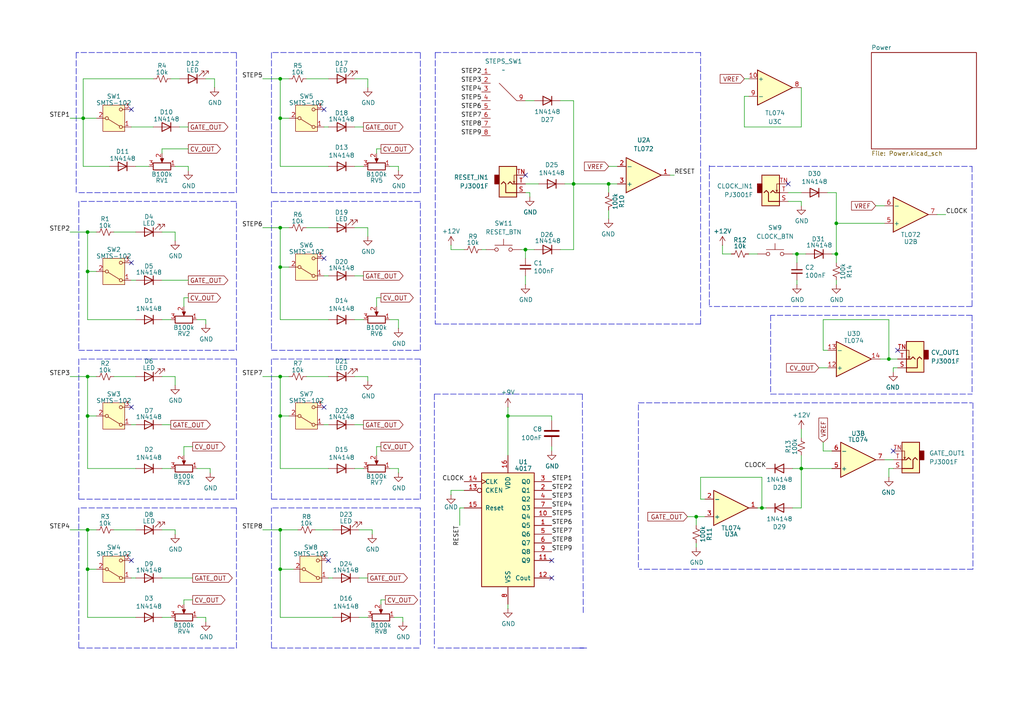
<source format=kicad_sch>
(kicad_sch (version 20231120) (generator "eeschema") (generator_version "8.0")
  (paper "A4")
  (title_block (title "MiniSeq") (rev "v0.1") (company "benjiaomodular"))
  (junction (at 81.28 109.22))
  (junction (at 25.4 67.31))
  (junction (at 166.37 53.34))
  (junction (at 257.81 104.14))
  (junction (at 25.4 153.67))
  (junction (at 201.93 149.86))
  (junction (at 25.4 109.22))
  (junction (at 24.13 34.29))
  (junction (at 231.14 73.66))
  (junction (at 81.28 34.29))
  (junction (at 176.53 53.34))
  (junction (at 25.4 165.1))
  (junction (at 220.98 147.32))
  (junction (at 25.4 78.74))
  (junction (at 147.32 120.65))
  (junction (at 81.28 153.67))
  (junction (at 81.28 77.47))
  (junction (at 81.28 66.04))
  (junction (at 25.4 120.65))
  (junction (at 81.28 120.65))
  (junction (at 232.41 135.89))
  (junction (at 152.4 72.39))
  (junction (at 242.57 64.77))
  (junction (at 242.57 73.66))
  (junction (at 81.28 22.86))
  (junction (at 81.28 165.1))
  (no_connect (at 93.98 118.11))
  (no_connect (at 95.25 162.56))
  (no_connect (at 160.02 162.56))
  (no_connect (at 160.02 167.64))
  (no_connect (at 93.98 74.93))
  (no_connect (at 38.1 118.11))
  (no_connect (at 93.98 31.75))
  (no_connect (at 38.1 76.2))
  (no_connect (at 38.1 31.75))
  (no_connect (at 38.1 162.56))
  (no_connect (at 228.6 53.34))
  (no_connect (at 259.08 130.81))
  (no_connect (at 152.4 50.8))
  (no_connect (at 260.35 101.6))
  (wire (pts (xy 203.2 144.78) (xy 204.47 144.78)))
  (wire (pts (xy 81.28 109.22) (xy 83.82 109.22)))
  (polyline (pts (xy 68.58 147.32) (xy 22.86 147.32)) (stroke (width 0) (type dash)))
  (wire (pts (xy 46.99 135.89) (xy 49.53 135.89)))
  (wire (pts (xy 46.99 167.64) (xy 55.88 167.64)))
  (wire (pts (xy 139.7 72.39) (xy 140.97 72.39)))
  (wire (pts (xy 152.4 72.39) (xy 154.94 72.39)))
  (wire (pts (xy 130.81 72.39) (xy 134.62 72.39)))
  (wire (pts (xy 241.3 130.81) (xy 238.76 130.81)))
  (polyline (pts (xy 22.86 58.42) (xy 22.86 101.6)) (stroke (width 0) (type dash)))
  (wire (pts (xy 133.35 147.32) (xy 134.62 147.32)))
  (polyline (pts (xy 125.984 114.3) (xy 125.984 187.96)) (stroke (width 0) (type dash)))
  (wire (pts (xy 106.68 109.22) (xy 106.68 110.49)))
  (wire (pts (xy 238.76 101.6) (xy 240.03 101.6)))
  (wire (pts (xy 24.13 22.86) (xy 44.45 22.86)))
  (wire (pts (xy 25.4 120.65) (xy 25.4 135.89)))
  (polyline (pts (xy 281.94 88.9) (xy 205.74 88.9)) (stroke (width 0) (type dash)))
  (wire (pts (xy 114.3 179.07) (xy 116.84 179.07)))
  (wire (pts (xy 232.41 135.89) (xy 232.41 147.32)))
  (polyline (pts (xy 68.58 58.42) (xy 22.86 58.42)) (stroke (width 0) (type dash)))
  (wire (pts (xy 257.81 92.71) (xy 257.81 104.14)))
  (wire (pts (xy 110.49 43.18) (xy 109.22 43.18)))
  (wire (pts (xy 25.4 135.89) (xy 39.37 135.89)))
  (wire (pts (xy 104.14 167.64) (xy 106.68 167.64)))
  (wire (pts (xy 20.32 109.22) (xy 25.4 109.22)))
  (wire (pts (xy 93.98 36.83) (xy 95.25 36.83)))
  (polyline (pts (xy 22.86 101.6) (xy 68.58 101.6)) (stroke (width 0) (type dash)))
  (wire (pts (xy 242.57 55.88) (xy 242.57 64.77)))
  (wire (pts (xy 59.69 179.07) (xy 59.69 180.34)))
  (wire (pts (xy 33.02 109.22) (xy 39.37 109.22)))
  (wire (pts (xy 176.53 48.26) (xy 179.07 48.26)))
  (wire (pts (xy 238.76 130.81) (xy 238.76 128.27)))
  (wire (pts (xy 59.69 92.71) (xy 59.69 93.98)))
  (wire (pts (xy 88.9 22.86) (xy 95.25 22.86)))
  (wire (pts (xy 24.13 48.26) (xy 31.75 48.26)))
  (wire (pts (xy 147.32 118.11) (xy 147.32 120.65)))
  (polyline (pts (xy 205.74 48.26) (xy 281.94 48.26)) (stroke (width 0) (type dash)))
  (wire (pts (xy 242.57 64.77) (xy 242.57 73.66)))
  (polyline (pts (xy 121.92 144.78) (xy 121.92 104.14)) (stroke (width 0) (type dash)))
  (wire (pts (xy 102.87 80.01) (xy 105.41 80.01)))
  (wire (pts (xy 25.4 109.22) (xy 25.4 120.65)))
  (wire (pts (xy 195.58 50.8) (xy 194.31 50.8)))
  (wire (pts (xy 81.28 109.22) (xy 81.28 120.65)))
  (wire (pts (xy 238.76 92.71) (xy 238.76 101.6)))
  (wire (pts (xy 25.4 179.07) (xy 39.37 179.07)))
  (wire (pts (xy 27.94 165.1) (xy 25.4 165.1)))
  (wire (pts (xy 201.93 152.4) (xy 201.93 149.86)))
  (wire (pts (xy 102.87 22.86) (xy 106.68 22.86)))
  (wire (pts (xy 257.81 92.71) (xy 238.76 92.71)))
  (polyline (pts (xy 281.94 91.44) (xy 223.52 91.44)) (stroke (width 0) (type dash)))
  (wire (pts (xy 102.87 109.22) (xy 106.68 109.22)))
  (wire (pts (xy 113.03 92.71) (xy 115.57 92.71)))
  (wire (pts (xy 115.57 135.89) (xy 115.57 137.16)))
  (wire (pts (xy 259.08 135.89) (xy 257.81 135.89)))
  (wire (pts (xy 54.61 86.36) (xy 53.34 86.36)))
  (wire (pts (xy 106.68 66.04) (xy 106.68 68.58)))
  (wire (pts (xy 50.8 67.31) (xy 50.8 69.85)))
  (polyline (pts (xy 282.194 116.84) (xy 282.194 165.1)) (stroke (width 0) (type dash)))
  (wire (pts (xy 81.28 120.65) (xy 81.28 135.89)))
  (wire (pts (xy 215.9 22.86) (xy 217.17 22.86)))
  (wire (pts (xy 60.96 135.89) (xy 60.96 137.16)))
  (wire (pts (xy 55.88 173.99) (xy 53.34 173.99)))
  (wire (pts (xy 160.02 120.65) (xy 147.32 120.65)))
  (wire (pts (xy 25.4 109.22) (xy 27.94 109.22)))
  (wire (pts (xy 33.02 153.67) (xy 39.37 153.67)))
  (wire (pts (xy 93.98 80.01) (xy 95.25 80.01)))
  (polyline (pts (xy 78.74 101.6) (xy 121.92 101.6)) (stroke (width 0) (type dash)))
  (wire (pts (xy 81.28 48.26) (xy 95.25 48.26)))
  (wire (pts (xy 209.55 71.12) (xy 209.55 73.66)))
  (wire (pts (xy 240.03 55.88) (xy 242.57 55.88)))
  (polyline (pts (xy 121.92 104.14) (xy 78.74 104.14)) (stroke (width 0) (type dash)))
  (wire (pts (xy 46.99 67.31) (xy 50.8 67.31)))
  (wire (pts (xy 25.4 153.67) (xy 25.4 165.1)))
  (polyline (pts (xy 22.86 104.14) (xy 22.86 144.78)) (stroke (width 0) (type dash)))
  (wire (pts (xy 116.84 179.07) (xy 116.84 180.34)))
  (wire (pts (xy 215.9 27.94) (xy 215.9 36.83)))
  (wire (pts (xy 220.98 147.32) (xy 222.25 147.32)))
  (wire (pts (xy 49.53 22.86) (xy 52.07 22.86)))
  (polyline (pts (xy 78.74 58.42) (xy 78.74 101.6)) (stroke (width 0) (type dash)))
  (wire (pts (xy 115.57 48.26) (xy 115.57 49.53)))
  (wire (pts (xy 115.57 92.71) (xy 115.57 95.25)))
  (wire (pts (xy 130.81 71.12) (xy 130.81 72.39)))
  (polyline (pts (xy 185.166 116.84) (xy 281.94 116.84)) (stroke (width 0) (type dash)))
  (wire (pts (xy 57.15 179.07) (xy 59.69 179.07)))
  (wire (pts (xy 231.14 73.66) (xy 233.68 73.66)))
  (polyline (pts (xy 185.166 117.348) (xy 185.166 164.592)) (stroke (width 0) (type dash)))
  (wire (pts (xy 160.02 121.92) (xy 160.02 120.65)))
  (wire (pts (xy 83.82 34.29) (xy 81.28 34.29)))
  (wire (pts (xy 229.87 135.89) (xy 232.41 135.89)))
  (wire (pts (xy 219.71 147.32) (xy 220.98 147.32)))
  (wire (pts (xy 166.37 29.21) (xy 166.37 53.34)))
  (wire (pts (xy 76.2 109.22) (xy 81.28 109.22)))
  (wire (pts (xy 38.1 81.28) (xy 39.37 81.28)))
  (wire (pts (xy 232.41 135.89) (xy 232.41 132.08)))
  (wire (pts (xy 106.68 22.86) (xy 106.68 25.4)))
  (wire (pts (xy 25.4 67.31) (xy 25.4 78.74)))
  (wire (pts (xy 33.02 67.31) (xy 39.37 67.31)))
  (wire (pts (xy 24.13 34.29) (xy 24.13 48.26)))
  (polyline (pts (xy 126.238 93.98) (xy 203.2 93.98)) (stroke (width 0) (type dash)))
  (wire (pts (xy 162.56 29.21) (xy 166.37 29.21)))
  (wire (pts (xy 209.55 73.66) (xy 212.09 73.66)))
  (wire (pts (xy 46.99 123.19) (xy 49.53 123.19)))
  (wire (pts (xy 76.2 66.04) (xy 81.28 66.04)))
  (polyline (pts (xy 68.58 15.24) (xy 22.098 15.24)) (stroke (width 0) (type dash)))
  (polyline (pts (xy 78.74 144.78) (xy 121.92 144.78)) (stroke (width 0) (type dash)))
  (polyline (pts (xy 168.91 114.3) (xy 169.164 177.8)) (stroke (width 0) (type dash)))
  (wire (pts (xy 57.15 92.71) (xy 59.69 92.71)))
  (polyline (pts (xy 78.74 104.14) (xy 78.74 144.78)) (stroke (width 0) (type dash)))
  (wire (pts (xy 25.4 67.31) (xy 27.94 67.31)))
  (wire (pts (xy 81.28 165.1) (xy 81.28 179.07)))
  (wire (pts (xy 242.57 73.66) (xy 242.57 76.2)))
  (polyline (pts (xy 78.74 55.88) (xy 121.92 55.88)) (stroke (width 0) (type dash)))
  (wire (pts (xy 46.99 179.07) (xy 49.53 179.07)))
  (wire (pts (xy 52.07 36.83) (xy 54.61 36.83)))
  (polyline (pts (xy 22.098 15.24) (xy 22.098 55.88)) (stroke (width 0) (type dash)))
  (wire (pts (xy 152.4 29.21) (xy 154.94 29.21)))
  (wire (pts (xy 93.98 123.19) (xy 95.25 123.19)))
  (polyline (pts (xy 121.92 147.32) (xy 78.74 147.32)) (stroke (width 0) (type dash)))
  (wire (pts (xy 102.87 123.19) (xy 105.41 123.19)))
  (wire (pts (xy 50.8 109.22) (xy 50.8 111.76)))
  (wire (pts (xy 81.28 66.04) (xy 83.82 66.04)))
  (polyline (pts (xy 78.74 147.32) (xy 78.74 187.96)) (stroke (width 0) (type dash)))
  (wire (pts (xy 152.4 53.34) (xy 156.21 53.34)))
  (wire (pts (xy 81.28 22.86) (xy 81.28 34.29)))
  (wire (pts (xy 259.08 106.68) (xy 259.08 107.95)))
  (polyline (pts (xy 68.58 144.78) (xy 68.58 104.14)) (stroke (width 0) (type dash)))
  (polyline (pts (xy 282.194 165.1) (xy 185.42 165.1)) (stroke (width 0) (type dash)))
  (polyline (pts (xy 167.64 187.96) (xy 170.18 187.96)) (stroke (width 0) (type dash)))
  (wire (pts (xy 203.2 144.78) (xy 203.2 138.43)))
  (wire (pts (xy 237.49 106.68) (xy 240.03 106.68)))
  (wire (pts (xy 113.03 135.89) (xy 115.57 135.89)))
  (polyline (pts (xy 281.94 91.44) (xy 281.94 114.3)) (stroke (width 0) (type dash)))
  (wire (pts (xy 109.22 129.54) (xy 109.22 132.08)))
  (wire (pts (xy 232.41 25.4) (xy 232.41 36.83)))
  (polyline (pts (xy 121.92 101.6) (xy 121.92 58.42)) (stroke (width 0) (type dash)))
  (wire (pts (xy 83.82 77.47) (xy 81.28 77.47)))
  (wire (pts (xy 46.99 92.71) (xy 49.53 92.71)))
  (wire (pts (xy 62.23 22.86) (xy 62.23 25.4)))
  (wire (pts (xy 256.54 133.35) (xy 259.08 133.35)))
  (wire (pts (xy 133.35 147.32) (xy 133.35 152.4)))
  (polyline (pts (xy 203.2 93.98) (xy 203.2 15.24)) (stroke (width 0) (type dash)))
  (wire (pts (xy 25.4 153.67) (xy 27.94 153.67)))
  (wire (pts (xy 20.32 153.67) (xy 25.4 153.67)))
  (wire (pts (xy 152.4 80.01) (xy 152.4 82.55)))
  (polyline (pts (xy 126.238 15.24) (xy 203.2 15.24)) (stroke (width 0) (type dash)))
  (wire (pts (xy 257.81 104.14) (xy 260.35 104.14)))
  (wire (pts (xy 104.14 153.67) (xy 107.95 153.67)))
  (wire (pts (xy 217.17 27.94) (xy 215.9 27.94)))
  (wire (pts (xy 81.28 66.04) (xy 81.28 77.47)))
  (wire (pts (xy 81.28 77.47) (xy 81.28 92.71)))
  (wire (pts (xy 241.3 73.66) (xy 242.57 73.66)))
  (polyline (pts (xy 121.92 15.24) (xy 78.74 15.24)) (stroke (width 0) (type dash)))
  (wire (pts (xy 176.53 60.96) (xy 176.53 63.5)))
  (wire (pts (xy 38.1 167.64) (xy 39.37 167.64)))
  (wire (pts (xy 53.34 86.36) (xy 53.34 88.9)))
  (wire (pts (xy 54.61 48.26) (xy 54.61 49.53)))
  (wire (pts (xy 232.41 135.89) (xy 241.3 135.89)))
  (wire (pts (xy 215.9 36.83) (xy 232.41 36.83)))
  (wire (pts (xy 242.57 64.77) (xy 256.54 64.77)))
  (wire (pts (xy 88.9 109.22) (xy 95.25 109.22)))
  (polyline (pts (xy 121.92 186.944) (xy 121.92 147.32)) (stroke (width 0) (type dash)))
  (wire (pts (xy 176.53 53.34) (xy 179.07 53.34)))
  (wire (pts (xy 25.4 78.74) (xy 25.4 92.71)))
  (wire (pts (xy 162.56 72.39) (xy 166.37 72.39)))
  (wire (pts (xy 83.82 120.65) (xy 81.28 120.65)))
  (wire (pts (xy 147.32 120.65) (xy 147.32 132.08)))
  (wire (pts (xy 113.03 48.26) (xy 115.57 48.26)))
  (polyline (pts (xy 121.92 55.88) (xy 121.92 15.24)) (stroke (width 0) (type dash)))
  (wire (pts (xy 81.28 22.86) (xy 83.82 22.86)))
  (polyline (pts (xy 22.86 147.32) (xy 22.86 187.96)) (stroke (width 0) (type dash)))
  (wire (pts (xy 27.94 78.74) (xy 25.4 78.74)))
  (wire (pts (xy 228.6 55.88) (xy 232.41 55.88)))
  (wire (pts (xy 203.2 138.43) (xy 220.98 138.43)))
  (wire (pts (xy 107.95 153.67) (xy 107.95 154.94)))
  (wire (pts (xy 76.2 22.86) (xy 81.28 22.86)))
  (wire (pts (xy 46.99 43.18) (xy 54.61 43.18)))
  (wire (pts (xy 199.39 149.86) (xy 201.93 149.86)))
  (wire (pts (xy 55.88 129.54) (xy 53.34 129.54)))
  (polyline (pts (xy 22.86 187.96) (xy 68.58 187.96)) (stroke (width 0) (type dash)))
  (wire (pts (xy 95.25 167.64) (xy 96.52 167.64)))
  (wire (pts (xy 110.49 86.36) (xy 109.22 86.36)))
  (wire (pts (xy 163.83 53.34) (xy 166.37 53.34)))
  (wire (pts (xy 232.41 124.46) (xy 232.41 127)))
  (wire (pts (xy 24.13 34.29) (xy 27.94 34.29)))
  (wire (pts (xy 46.99 109.22) (xy 50.8 109.22)))
  (wire (pts (xy 231.14 76.2) (xy 231.14 73.66)))
  (wire (pts (xy 39.37 48.26) (xy 43.18 48.26)))
  (polyline (pts (xy 281.94 48.26) (xy 281.94 88.9)) (stroke (width 0) (type dash)))
  (wire (pts (xy 111.76 173.99) (xy 110.49 173.99)))
  (polyline (pts (xy 22.86 144.78) (xy 68.58 144.78)) (stroke (width 0) (type dash)))
  (wire (pts (xy 25.4 92.71) (xy 39.37 92.71)))
  (wire (pts (xy 153.67 57.15) (xy 153.67 55.88)))
  (wire (pts (xy 255.27 104.14) (xy 257.81 104.14)))
  (wire (pts (xy 81.28 153.67) (xy 81.28 165.1)))
  (wire (pts (xy 25.4 165.1) (xy 25.4 179.07)))
  (wire (pts (xy 102.87 48.26) (xy 105.41 48.26)))
  (wire (pts (xy 91.44 153.67) (xy 96.52 153.67)))
  (wire (pts (xy 81.28 179.07) (xy 96.52 179.07)))
  (wire (pts (xy 254 59.69) (xy 256.54 59.69)))
  (wire (pts (xy 76.2 153.67) (xy 81.28 153.67)))
  (wire (pts (xy 166.37 53.34) (xy 176.53 53.34)))
  (wire (pts (xy 50.8 153.67) (xy 50.8 154.94)))
  (polyline (pts (xy 68.58 187.96) (xy 68.58 147.32)) (stroke (width 0) (type dash)))
  (wire (pts (xy 232.41 147.32) (xy 229.87 147.32)))
  (wire (pts (xy 134.62 142.24) (xy 130.81 142.24)))
  (wire (pts (xy 232.41 58.42) (xy 228.6 58.42)))
  (wire (pts (xy 38.1 123.19) (xy 39.37 123.19)))
  (wire (pts (xy 271.78 62.23) (xy 274.32 62.23)))
  (wire (pts (xy 57.15 135.89) (xy 60.96 135.89)))
  (wire (pts (xy 153.67 55.88) (xy 152.4 55.88)))
  (wire (pts (xy 81.28 165.1) (xy 85.09 165.1)))
  (wire (pts (xy 201.93 157.48) (xy 201.93 158.75)))
  (wire (pts (xy 260.35 106.68) (xy 259.08 106.68)))
  (wire (pts (xy 53.34 129.54) (xy 53.34 132.08)))
  (wire (pts (xy 242.57 81.28) (xy 242.57 82.55)))
  (wire (pts (xy 257.81 135.89) (xy 257.81 138.43)))
  (polyline (pts (xy 68.58 104.14) (xy 22.86 104.14)) (stroke (width 0) (type dash)))
  (wire (pts (xy 147.32 175.26) (xy 147.32 176.53)))
  (wire (pts (xy 46.99 43.18) (xy 46.99 44.45)))
  (polyline (pts (xy 168.91 114.3) (xy 125.984 114.3)) (stroke (width 0) (type dash)))
  (wire (pts (xy 81.28 153.67) (xy 86.36 153.67)))
  (polyline (pts (xy 68.58 55.88) (xy 68.58 15.24)) (stroke (width 0) (type dash)))
  (wire (pts (xy 50.8 48.26) (xy 54.61 48.26)))
  (wire (pts (xy 109.22 43.18) (xy 109.22 44.45)))
  (polyline (pts (xy 223.52 91.44) (xy 223.52 114.3)) (stroke (width 0) (type dash)))
  (wire (pts (xy 102.87 92.71) (xy 105.41 92.71)))
  (wire (pts (xy 20.32 34.29) (xy 24.13 34.29)))
  (polyline (pts (xy 68.58 101.6) (xy 68.58 58.42)) (stroke (width 0) (type dash)))
  (wire (pts (xy 176.53 53.34) (xy 176.53 55.88)))
  (wire (pts (xy 110.49 173.99) (xy 110.49 175.26)))
  (polyline (pts (xy 205.74 48.006) (xy 205.74 88.9)) (stroke (width 0) (type dash)))
  (wire (pts (xy 160.02 129.54) (xy 160.02 130.81)))
  (wire (pts (xy 81.28 92.71) (xy 95.25 92.71)))
  (polyline (pts (xy 127 187.96) (xy 170.18 187.96)) (stroke (width 0) (type dash)))
  (wire (pts (xy 217.17 73.66) (xy 219.71 73.66)))
  (wire (pts (xy 151.13 72.39) (xy 152.4 72.39)))
  (wire (pts (xy 102.87 135.89) (xy 105.41 135.89)))
  (wire (pts (xy 109.22 86.36) (xy 109.22 88.9)))
  (wire (pts (xy 130.81 142.24) (xy 130.81 143.51)))
  (wire (pts (xy 231.14 81.28) (xy 231.14 82.55)))
  (wire (pts (xy 27.94 120.65) (xy 25.4 120.65)))
  (wire (pts (xy 166.37 53.34) (xy 166.37 72.39)))
  (wire (pts (xy 38.1 36.83) (xy 44.45 36.83)))
  (wire (pts (xy 110.49 129.54) (xy 109.22 129.54)))
  (wire (pts (xy 24.13 22.86) (xy 24.13 34.29)))
  (wire (pts (xy 104.14 179.07) (xy 106.68 179.07)))
  (wire (pts (xy 81.28 34.29) (xy 81.28 48.26)))
  (wire (pts (xy 102.87 66.04) (xy 106.68 66.04)))
  (polyline (pts (xy 223.52 114.3) (xy 281.94 114.3)) (stroke (width 0) (type dash)))
  (wire (pts (xy 53.34 173.99) (xy 53.34 175.26)))
  (polyline (pts (xy 78.74 15.24) (xy 78.74 55.88)) (stroke (width 0) (type dash)))
  (polyline (pts (xy 121.92 58.42) (xy 78.74 58.42)) (stroke (width 0) (type dash)))
  (wire (pts (xy 152.4 72.39) (xy 152.4 74.93)))
  (wire (pts (xy 46.99 81.28) (xy 54.61 81.28)))
  (polyline (pts (xy 78.74 187.96) (xy 121.92 187.96)) (stroke (width 0) (type dash)))
  (wire (pts (xy 229.87 73.66) (xy 231.14 73.66)))
  (wire (pts (xy 46.99 153.67) (xy 50.8 153.67)))
  (wire (pts (xy 102.87 36.83) (xy 105.41 36.83)))
  (wire (pts (xy 232.41 59.69) (xy 232.41 58.42)))
  (wire (pts (xy 88.9 66.04) (xy 95.25 66.04)))
  (wire (pts (xy 20.32 67.31) (xy 25.4 67.31)))
  (wire (pts (xy 201.93 149.86) (xy 204.47 149.86)))
  (wire (pts (xy 59.69 22.86) (xy 62.23 22.86)))
  (polyline (pts (xy 22.86 55.88) (xy 68.58 55.88)) (stroke (width 0) (type dash)))
  (wire (pts (xy 220.98 138.43) (xy 220.98 147.32)))
  (polyline (pts (xy 126.238 15.24) (xy 126.238 93.98)) (stroke (width 0) (type dash)))
  (wire (pts (xy 81.28 135.89) (xy 95.25 135.89)))
  (label "STEP5" (at 160.02 149.86 0))
  (label "STEP6" (at 160.02 152.4 0))
  (label "RESET" (at 195.58 50.8 0))
  (label "STEP7" (at 76.2 109.22 180))
  (label "STEP7" (at 160.02 154.94 0))
  (label "STEP8" (at 139.7 36.83 180))
  (label "STEP6" (at 76.2 66.04 180))
  (label "STEP7" (at 139.7 34.29 180))
  (label "STEP3" (at 20.32 109.22 180))
  (label "STEP9" (at 139.7 39.37 180))
  (label "STEP1" (at 20.32 34.29 180))
  (label "STEP3" (at 139.7 24.13 180))
  (label "STEP3" (at 160.02 144.78 0))
  (label "STEP1" (at 160.02 139.7 0))
  (label "CLOCK" (at 134.62 139.7 180))
  (label "STEP4" (at 160.02 147.32 0))
  (label "CLOCK" (at 274.32 62.23 0))
  (label "STEP4" (at 139.7 26.67 180))
  (label "STEP8" (at 76.2 153.67 180))
  (label "STEP2" (at 20.32 67.31 180))
  (label "STEP2" (at 160.02 142.24 0))
  (label "STEP4" (at 20.32 153.67 180))
  (label "CLOCK" (at 222.25 135.89 180))
  (label "RESET" (at 133.35 152.4 270))
  (label "STEP2" (at 139.7 21.59 180))
  (label "STEP5" (at 76.2 22.86 180))
  (label "STEP6" (at 139.7 31.75 180))
  (label "STEP8" (at 160.02 157.48 0))
  (label "STEP9" (at 160.02 160.02 0))
  (label "STEP5" (at 139.7 29.21 180))
  (global_label "GATE_OUT" (shape output) (at 105.41 36.83 0) (property "Intersheetrefs" "${INTERSHEET_REFS}" (effects (hide yes))))
  (global_label "GATE_OUT" (shape input) (at 199.39 149.86 180) (property "Intersheetrefs" "${INTERSHEET_REFS}" (effects (hide yes))))
  (global_label "GATE_OUT" (shape output) (at 105.41 80.01 0) (property "Intersheetrefs" "${INTERSHEET_REFS}" (effects (hide yes))))
  (global_label "VREF" (shape input) (at 176.53 48.26 180) (property "Intersheetrefs" "${INTERSHEET_REFS}" (effects (hide yes))))
  (global_label "GATE_OUT" (shape output) (at 106.68 167.64 0) (property "Intersheetrefs" "${INTERSHEET_REFS}" (effects (hide yes))))
  (global_label "VREF" (shape input) (at 254 59.69 180) (property "Intersheetrefs" "${INTERSHEET_REFS}" (effects (hide yes))))
  (global_label "CV_OUT" (shape output) (at 110.49 43.18 0) (property "Intersheetrefs" "${INTERSHEET_REFS}" (effects (hide yes))))
  (global_label "CV_OUT" (shape output) (at 55.88 129.54 0) (property "Intersheetrefs" "${INTERSHEET_REFS}" (effects (hide yes))))
  (global_label "CV_OUT" (shape output) (at 110.49 86.36 0) (property "Intersheetrefs" "${INTERSHEET_REFS}" (effects (hide yes))))
  (global_label "CV_OUT" (shape output) (at 54.61 43.18 0) (property "Intersheetrefs" "${INTERSHEET_REFS}" (effects (hide yes))))
  (global_label "CV_OUT" (shape output) (at 111.76 173.99 0) (property "Intersheetrefs" "${INTERSHEET_REFS}" (effects (hide yes))))
  (global_label "GATE_OUT" (shape output) (at 55.88 167.64 0) (property "Intersheetrefs" "${INTERSHEET_REFS}" (effects (hide yes))))
  (global_label "CV_OUT" (shape output) (at 55.88 173.99 0) (property "Intersheetrefs" "${INTERSHEET_REFS}" (effects (hide yes))))
  (global_label "CV_OUT" (shape input) (at 237.49 106.68 180) (property "Intersheetrefs" "${INTERSHEET_REFS}" (effects (hide yes))))
  (global_label "GATE_OUT" (shape output) (at 105.41 123.19 0) (property "Intersheetrefs" "${INTERSHEET_REFS}" (effects (hide yes))))
  (global_label "GATE_OUT" (shape output) (at 54.61 36.83 0) (property "Intersheetrefs" "${INTERSHEET_REFS}" (effects (hide yes))))
  (global_label "CV_OUT" (shape output) (at 110.49 129.54 0) (property "Intersheetrefs" "${INTERSHEET_REFS}" (effects (hide yes))))
  (global_label "VREF" (shape input) (at 215.9 22.86 180) (property "Intersheetrefs" "${INTERSHEET_REFS}" (effects (hide yes))))
  (global_label "GATE_OUT" (shape output) (at 54.61 81.28 0) (property "Intersheetrefs" "${INTERSHEET_REFS}" (effects (hide yes))))
  (global_label "GATE_OUT" (shape output) (at 49.53 123.19 0) (property "Intersheetrefs" "${INTERSHEET_REFS}" (effects (hide yes))))
  (global_label "CV_OUT" (shape output) (at 54.61 86.36 0) (property "Intersheetrefs" "${INTERSHEET_REFS}" (effects (hide yes))))
  (global_label "VREF" (shape input) (at 238.76 128.27 90) (property "Intersheetrefs" "${INTERSHEET_REFS}" (effects (hide yes))))
  (symbol (lib_id "power:+12V") (at 232.41 124.46 0) (unit 1)
    (property "Reference" "#PWR029" (effects (hide yes)))
    (property "Value" "+12V" (at 232.41 120.396 0))
    (property "Description" "Power symbol creates a global label with name \"+12V\"" (effects (hide yes)))
  )
  (symbol (lib_id "power:+12V") (at 130.81 71.12 0) (unit 1)
    (property "Reference" "#PWR018" (effects (hide yes)))
    (property "Value" "+12V" (at 130.81 67.056 0))
    (property "Description" "Power symbol creates a global label with name \"+12V\"" (effects (hide yes)))
  )
  (symbol (lib_id "Diode:1N4148") (at 158.75 29.21 0) (mirror y) (unit 1)
    (property "Reference" "D27" (at 158.75 34.7218 0))
    (property "Value" "1N4148" (at 158.75 32.4104 0))
    (property "Footprint" "Diode_SMD:D_SOD-123" (effects (hide yes)))
    (property "Datasheet" "https://assets.nexperia.com/documents/data-sheet/1N4148_1N4448.pdf" (effects (hide yes)))
    (property "Description" "100V 0.15A standard switching diode, DO-35" (effects (hide yes)))
    (property "Manufacturers Name" "Diodes Incorporated" (effects (hide yes)))
    (property "Manufacturers Part Number" "1N4148WQ-7-F" (effects (hide yes)))
    (property "Sim.Device" "D" (effects (hide yes)))
    (property "Sim.Pins" "1=K 2=A" (effects (hide yes)))
  )
  (symbol (lib_id "Device:R_Small_US") (at 30.48 109.22 270) (unit 1)
    (property "Reference" "R2" (at 30.48 105.41 90))
    (property "Value" "10k" (at 30.48 107.315 90))
    (property "Footprint" "Resistor_SMD:R_0603_1608Metric_Pad0.98x0.95mm_HandSolder" (effects (hide yes)))
    (property "Description" "Resistor, small US symbol" (effects (hide yes)))
    (property "Manufacturers Name" "YAGEO" (effects (hide yes)))
    (property "Manufacturers Part Number" "AC0603FR-0710KL" (effects (hide yes)))
  )
  (symbol (lib_id "power:GND") (at 115.57 137.16 0) (unit 1)
    (property "Reference" "#PWR015" (effects (hide yes)))
    (property "Value" "GND" (at 115.697 141.5542 0))
    (property "Description" "Power symbol creates a global label with name \"GND\" , ground" (effects (hide yes)))
  )
  (symbol (lib_id "Device:R_Small_US") (at 46.99 22.86 270) (unit 1)
    (property "Reference" "R4" (at 46.99 19.05 90))
    (property "Value" "10k" (at 46.99 20.955 90))
    (property "Footprint" "Resistor_SMD:R_0603_1608Metric_Pad0.98x0.95mm_HandSolder" (effects (hide yes)))
    (property "Description" "Resistor, small US symbol" (effects (hide yes)))
    (property "Manufacturers Name" "YAGEO" (effects (hide yes)))
    (property "Manufacturers Part Number" "AC0603FR-0710KL" (effects (hide yes)))
  )
  (symbol (lib_id "benjiaomodular:PJ3001F") (at 265.43 104.14 180) (unit 1)
    (property "Reference" "CV_OUT1" (at 270.002 102.2349 0) (effects (justify right)))
    (property "Value" "PJ3001F" (at 270.002 104.7749 0) (effects (justify right)))
    (property "Footprint" "benjiaomodular:AudioJack_3.5mm" (effects (hide yes)))
    (property "Description" "Audio Jack, 2 Poles (Mono / TS), Switched T Pole (Normalling)" (effects (hide yes)))
    (property "Manufacturers Name" "Tayda Electronics" (effects (hide yes)))
    (property "Manufacturers Part Number" "PJ-3001F" (effects (hide yes)))
  )
  (symbol (lib_id "power:GND") (at 54.61 49.53 0) (unit 1)
    (property "Reference" "#PWR01" (effects (hide yes)))
    (property "Value" "GND" (at 54.737 53.9242 0))
    (property "Description" "Power symbol creates a global label with name \"GND\" , ground" (effects (hide yes)))
  )
  (symbol (lib_id "power:GND") (at 176.53 63.5 0) (mirror y) (unit 1)
    (property "Reference" "#PWR023" (effects (hide yes)))
    (property "Value" "GND" (at 176.403 67.8942 0))
    (property "Description" "Power symbol creates a global label with name \"GND\" , ground" (effects (hide yes)))
  )
  (symbol (lib_id "Diode:1N4148") (at 43.18 123.19 180) (unit 1)
    (property "Reference" "D7" (at 43.18 119.126 0))
    (property "Value" "1N4148" (at 43.18 120.904 0))
    (property "Footprint" "Diode_SMD:D_SOD-123" (effects (hide yes)))
    (property "Datasheet" "https://assets.nexperia.com/documents/data-sheet/1N4148_1N4448.pdf" (effects (hide yes)))
    (property "Description" "100V 0.15A standard switching diode, DO-35" (effects (hide yes)))
    (property "Manufacturers Name" "Diodes Incorporated" (effects (hide yes)))
    (property "Manufacturers Part Number" "1N4148WQ-7-F" (effects (hide yes)))
    (property "Sim.Device" "D" (effects (hide yes)))
    (property "Sim.Pins" "1=K 2=A" (effects (hide yes)))
  )
  (symbol (lib_id "Diode:1N4148") (at 48.26 36.83 180) (unit 1)
    (property "Reference" "D10" (at 48.26 32.512 0))
    (property "Value" "1N4148" (at 48.26 34.544 0))
    (property "Footprint" "Diode_SMD:D_SOD-123" (effects (hide yes)))
    (property "Datasheet" "https://assets.nexperia.com/documents/data-sheet/1N4148_1N4448.pdf" (effects (hide yes)))
    (property "Description" "100V 0.15A standard switching diode, DO-35" (effects (hide yes)))
    (property "Manufacturers Name" "Diodes Incorporated" (effects (hide yes)))
    (property "Manufacturers Part Number" "1N4148WQ-7-F" (effects (hide yes)))
    (property "Sim.Device" "D" (effects (hide yes)))
    (property "Sim.Pins" "1=K 2=A" (effects (hide yes)))
  )
  (symbol (lib_id "power:GND") (at 59.69 93.98 0) (unit 1)
    (property "Reference" "#PWR05" (effects (hide yes)))
    (property "Value" "GND" (at 59.817 98.3742 0))
    (property "Description" "Power symbol creates a global label with name \"GND\" , ground" (effects (hide yes)))
  )
  (symbol (lib_id "power:+12V") (at 209.55 71.12 0) (unit 1)
    (property "Reference" "#PWR025" (effects (hide yes)))
    (property "Value" "+12V" (at 209.55 67.056 0))
    (property "Description" "Power symbol creates a global label with name \"+12V\"" (effects (hide yes)))
  )
  (symbol (lib_id "power:GND") (at 160.02 130.81 0) (unit 1)
    (property "Reference" "#PWR044" (effects (hide yes)))
    (property "Value" "GND" (at 160.147 135.2042 0))
    (property "Description" "Power symbol creates a global label with name \"GND\" , ground" (effects (hide yes)))
  )
  (symbol (lib_id "Diode:1N4148") (at 158.75 72.39 180) (unit 1)
    (property "Reference" "D26" (at 158.623 68.072 0))
    (property "Value" "1N4148" (at 158.877 69.85 0))
    (property "Footprint" "Diode_SMD:D_SOD-123" (effects (hide yes)))
    (property "Datasheet" "https://assets.nexperia.com/documents/data-sheet/1N4148_1N4448.pdf" (effects (hide yes)))
    (property "Description" "100V 0.15A standard switching diode, DO-35" (effects (hide yes)))
    (property "Manufacturers Name" "Diodes Incorporated" (effects (hide yes)))
    (property "Manufacturers Part Number" "1N4148WQ-7-F" (effects (hide yes)))
    (property "Sim.Device" "D" (effects (hide yes)))
    (property "Sim.Pins" "1=K 2=A" (effects (hide yes)))
  )
  (symbol (lib_id "power:GND") (at 59.69 180.34 0) (unit 1)
    (property "Reference" "#PWR07" (effects (hide yes)))
    (property "Value" "GND" (at 59.817 184.7342 0))
    (property "Description" "Power symbol creates a global label with name \"GND\" , ground" (effects (hide yes)))
  )
  (symbol (lib_id "Device:R_Small_US") (at 137.16 72.39 270) (unit 1)
    (property "Reference" "R9" (at 137.16 68.58 90))
    (property "Value" "10k" (at 137.16 70.358 90))
    (property "Footprint" "Resistor_SMD:R_0603_1608Metric_Pad0.98x0.95mm_HandSolder" (effects (hide yes)))
    (property "Description" "Resistor, small US symbol" (effects (hide yes)))
    (property "Manufacturers Name" "YAGEO" (effects (hide yes)))
    (property "Manufacturers Part Number" "AC0603FR-0710KL" (effects (hide yes)))
  )
  (symbol (lib_id "Device:R_Small_US") (at 242.57 78.74 180) (unit 1)
    (property "Reference" "R14" (at 246.38 78.74 90))
    (property "Value" "100k" (at 244.475 78.74 90))
    (property "Footprint" "Resistor_SMD:R_0603_1608Metric_Pad0.98x0.95mm_HandSolder" (effects (hide yes)))
    (property "Description" "Resistor, small US symbol" (effects (hide yes)))
    (property "Manufacturers Name" "YAGEO" (effects (hide yes)))
    (property "Manufacturers Part Number" "RC0603FR-07100KL " (effects (hide yes)))
  )
  (symbol (lib_id "power:GND") (at 257.81 138.43 0) (mirror y) (unit 1)
    (property "Reference" "#PWR038" (effects (hide yes)))
    (property "Value" "GND" (at 257.683 142.8242 0))
    (property "Description" "Power symbol creates a global label with name \"GND\" , ground" (effects (hide yes)))
  )
  (symbol (lib_id "power:GND") (at 106.68 110.49 0) (unit 1)
    (property "Reference" "#PWR011" (effects (hide yes)))
    (property "Value" "GND" (at 106.807 114.8842 0))
    (property "Description" "Power symbol creates a global label with name \"GND\" , ground" (effects (hide yes)))
  )
  (symbol (lib_id "benjiaomodular:PJ3001F") (at 264.16 133.35 180) (unit 1)
    (property "Reference" "GATE_OUT1" (at 269.494 131.4449 0) (effects (justify right)))
    (property "Value" "PJ3001F" (at 269.494 133.9849 0) (effects (justify right)))
    (property "Footprint" "benjiaomodular:AudioJack_3.5mm" (effects (hide yes)))
    (property "Description" "Audio Jack, 2 Poles (Mono / TS), Switched T Pole (Normalling)" (effects (hide yes)))
    (property "Manufacturers Name" "Tayda Electronics" (effects (hide yes)))
    (property "Manufacturers Part Number" "PJ-3001F" (effects (hide yes)))
  )
  (symbol (lib_id "Device:LED") (at 43.18 109.22 180) (unit 1)
    (property "Reference" "D6" (at 43.18 104.775 0))
    (property "Value" "LED" (at 43.18 106.68 0))
    (property "Footprint" "LED_THT:LED_D3.0mm" (effects (hide yes)))
    (property "Description" "Light emitting diode" (effects (hide yes)))
  )
  (symbol (lib_id "Switch:SW_SPDT") (at 88.9 34.29 0) (mirror x) (unit 1)
    (property "Reference" "SW5" (at 88.9 27.94 0))
    (property "Value" "SMTS-102" (at 88.9 29.845 0))
    (property "Footprint" "benjiaomodular:ToggleSwitch_SMTS-102" (effects (hide yes)))
    (property "Description" "Switch, single pole double throw" (effects (hide yes)))
    (property "Manufacturers Part Number" "SMTS-201" (effects (hide yes)))
    (property "Manufacturers Name" "Daier" (effects (hide yes)))
  )
  (symbol (lib_id "Device:R_Potentiometer") (at 53.34 135.89 270) (mirror x) (unit 1)
    (property "Reference" "RV3" (at 53.34 139.954 90))
    (property "Value" "B100k" (at 53.34 138.176 90))
    (property "Footprint" "benjiaomodular:Potentiometer_RV09" (effects (hide yes)))
    (property "Description" "Potentiometer" (effects (hide yes)))
    (property "Manufacturers Name" "Alpha (Taiwan)" (effects (hide yes)))
    (property "Manufacturers Part Number" "RD901F-40-15R1-B100K" (effects (hide yes)))
  )
  (symbol (lib_id "Diode:1N4148") (at 99.06 80.01 180) (unit 1)
    (property "Reference" "D20" (at 99.06 75.946 0))
    (property "Value" "1N4148" (at 99.06 77.724 0))
    (property "Footprint" "Diode_SMD:D_SOD-123" (effects (hide yes)))
    (property "Datasheet" "https://assets.nexperia.com/documents/data-sheet/1N4148_1N4448.pdf" (effects (hide yes)))
    (property "Description" "100V 0.15A standard switching diode, DO-35" (effects (hide yes)))
    (property "Manufacturers Name" "Diodes Incorporated" (effects (hide yes)))
    (property "Manufacturers Part Number" "1N4148WQ-7-F" (effects (hide yes)))
    (property "Sim.Device" "D" (effects (hide yes)))
    (property "Sim.Pins" "1=K 2=A" (effects (hide yes)))
  )
  (symbol (lib_id "Device:R_Small_US") (at 201.93 154.94 180) (unit 1)
    (property "Reference" "R11" (at 205.74 154.94 90))
    (property "Value" "100k" (at 203.835 154.94 90))
    (property "Footprint" "Resistor_SMD:R_0603_1608Metric_Pad0.98x0.95mm_HandSolder" (effects (hide yes)))
    (property "Description" "Resistor, small US symbol" (effects (hide yes)))
    (property "Manufacturers Name" "YAGEO" (effects (hide yes)))
    (property "Manufacturers Part Number" "RC0603FR-07100KL " (effects (hide yes)))
  )
  (symbol (lib_id "Device:R_Small_US") (at 232.41 129.54 0) (unit 1)
    (property "Reference" "R13" (at 228.6 129.54 90))
    (property "Value" "100k" (at 230.505 129.54 90))
    (property "Footprint" "Resistor_SMD:R_0603_1608Metric_Pad0.98x0.95mm_HandSolder" (effects (hide yes)))
    (property "Description" "Resistor, small US symbol" (effects (hide yes)))
    (property "Manufacturers Name" "YAGEO" (effects (hide yes)))
    (property "Manufacturers Part Number" "RC0603FR-07100KL " (effects (hide yes)))
  )
  (symbol (lib_id "Device:R_Small_US") (at 30.48 67.31 270) (unit 1)
    (property "Reference" "R1" (at 30.48 63.5 90))
    (property "Value" "10k" (at 30.48 65.405 90))
    (property "Footprint" "Resistor_SMD:R_0603_1608Metric_Pad0.98x0.95mm_HandSolder" (effects (hide yes)))
    (property "Description" "Resistor, small US symbol" (effects (hide yes)))
    (property "Manufacturers Name" "YAGEO" (effects (hide yes)))
    (property "Manufacturers Part Number" "AC0603FR-0710KL" (effects (hide yes)))
  )
  (symbol (lib_id "Device:C_Small") (at 231.14 78.74 0) (unit 1)
    (property "Reference" "C2" (at 233.4768 77.5716 0) (effects (justify left)))
    (property "Value" "100nF" (at 233.4768 79.883 0) (effects (justify left)))
    (property "Footprint" "Capacitor_SMD:C_0805_2012Metric_Pad1.18x1.45mm_HandSolder" (effects (hide yes)))
    (property "Description" "Unpolarized capacitor, small symbol" (effects (hide yes)))
    (property "Manufacturers Name" "YAGEO" (effects (hide yes)))
    (property "Manufacturers Part Number" "CC0805KRX7R9BB104" (effects (hide yes)))
  )
  (symbol (lib_id "benjiaomodular:PJ3001F") (at 147.32 53.34 0) (mirror x) (unit 1)
    (property "Reference" "RESET_IN1" (at 141.732 51.4349 0) (effects (justify right)))
    (property "Value" "PJ3001F" (at 141.732 53.9749 0) (effects (justify right)))
    (property "Footprint" "benjiaomodular:AudioJack_3.5mm" (effects (hide yes)))
    (property "Description" "Audio Jack, 2 Poles (Mono / TS), Switched T Pole (Normalling)" (effects (hide yes)))
    (property "Manufacturers Name" "Tayda Electronics" (effects (hide yes)))
    (property "Manufacturers Part Number" "PJ-3001F" (effects (hide yes)))
  )
  (symbol (lib_id "Diode:1N4148") (at 100.33 167.64 180) (unit 1)
    (property "Reference" "D24" (at 100.33 163.576 0))
    (property "Value" "1N4148" (at 100.33 165.354 0))
    (property "Footprint" "Diode_SMD:D_SOD-123" (effects (hide yes)))
    (property "Datasheet" "https://assets.nexperia.com/documents/data-sheet/1N4148_1N4448.pdf" (effects (hide yes)))
    (property "Description" "100V 0.15A standard switching diode, DO-35" (effects (hide yes)))
    (property "Manufacturers Name" "Diodes Incorporated" (effects (hide yes)))
    (property "Manufacturers Part Number" "1N4148WQ-7-F" (effects (hide yes)))
    (property "Sim.Device" "D" (effects (hide yes)))
    (property "Sim.Pins" "1=K 2=A" (effects (hide yes)))
  )
  (symbol (lib_id "Device:LED") (at 99.06 109.22 180) (unit 1)
    (property "Reference" "D21" (at 99.06 104.775 0))
    (property "Value" "LED" (at 99.06 106.68 0))
    (property "Footprint" "LED_THT:LED_D3.0mm" (effects (hide yes)))
    (property "Description" "Light emitting diode" (effects (hide yes)))
  )
  (symbol (lib_id "Switch:SW_Push") (at 146.05 72.39 0) (unit 1)
    (property "Reference" "SW11" (at 146.05 64.77 0))
    (property "Value" "RESET_BTN" (at 146.05 67.31 0))
    (property "Footprint" "Button_Switch_Keyboard:SW_Cherry_MX_1.00u_PCB" (effects (hide yes)))
    (property "Description" "Push button switch, generic, two pins" (effects (hide yes)))
  )
  (symbol (lib_id "Device:R_Potentiometer") (at 53.34 179.07 270) (mirror x) (unit 1)
    (property "Reference" "RV4" (at 53.34 183.134 90))
    (property "Value" "B100k" (at 53.34 181.356 90))
    (property "Footprint" "benjiaomodular:Potentiometer_RV09" (effects (hide yes)))
    (property "Description" "Potentiometer" (effects (hide yes)))
    (property "Manufacturers Name" "Alpha (Taiwan)" (effects (hide yes)))
    (property "Manufacturers Part Number" "RD901F-40-15R1-B100K" (effects (hide yes)))
  )
  (symbol (lib_id "power:GND") (at 107.95 154.94 0) (unit 1)
    (property "Reference" "#PWR012" (effects (hide yes)))
    (property "Value" "GND" (at 108.077 159.3342 0))
    (property "Description" "Power symbol creates a global label with name \"GND\" , ground" (effects (hide yes)))
  )
  (symbol (lib_id "power:GND") (at 106.68 25.4 0) (unit 1)
    (property "Reference" "#PWR09" (effects (hide yes)))
    (property "Value" "GND" (at 106.807 29.7942 0))
    (property "Description" "Power symbol creates a global label with name \"GND\" , ground" (effects (hide yes)))
  )
  (symbol (lib_id "Diode:1N4148") (at 99.06 135.89 180) (unit 1)
    (property "Reference" "D15" (at 99.06 130.3782 0))
    (property "Value" "1N4148" (at 99.06 132.6896 0))
    (property "Footprint" "Diode_SMD:D_SOD-123" (effects (hide yes)))
    (property "Datasheet" "https://assets.nexperia.com/documents/data-sheet/1N4148_1N4448.pdf" (effects (hide yes)))
    (property "Description" "100V 0.15A standard switching diode, DO-35" (effects (hide yes)))
    (property "Manufacturers Name" "Diodes Incorporated" (effects (hide yes)))
    (property "Manufacturers Part Number" "1N4148WQ-7-F" (effects (hide yes)))
    (property "Sim.Device" "D" (effects (hide yes)))
    (property "Sim.Pins" "1=K 2=A" (effects (hide yes)))
  )
  (symbol (lib_id "Diode:1N4148") (at 100.33 179.07 180) (unit 1)
    (property "Reference" "D16" (at 100.33 173.5582 0))
    (property "Value" "1N4148" (at 100.33 175.8696 0))
    (property "Footprint" "Diode_SMD:D_SOD-123" (effects (hide yes)))
    (property "Datasheet" "https://assets.nexperia.com/documents/data-sheet/1N4148_1N4448.pdf" (effects (hide yes)))
    (property "Description" "100V 0.15A standard switching diode, DO-35" (effects (hide yes)))
    (property "Manufacturers Name" "Diodes Incorporated" (effects (hide yes)))
    (property "Manufacturers Part Number" "1N4148WQ-7-F" (effects (hide yes)))
    (property "Sim.Device" "D" (effects (hide yes)))
    (property "Sim.Pins" "1=K 2=A" (effects (hide yes)))
  )
  (symbol (lib_id "Diode:1N4148") (at 99.06 92.71 180) (unit 1)
    (property "Reference" "D14" (at 99.06 87.1982 0))
    (property "Value" "1N4148" (at 99.06 89.5096 0))
    (property "Footprint" "Diode_SMD:D_SOD-123" (effects (hide yes)))
    (property "Datasheet" "https://assets.nexperia.com/documents/data-sheet/1N4148_1N4448.pdf" (effects (hide yes)))
    (property "Description" "100V 0.15A standard switching diode, DO-35" (effects (hide yes)))
    (property "Manufacturers Name" "Diodes Incorporated" (effects (hide yes)))
    (property "Manufacturers Part Number" "1N4148WQ-7-F" (effects (hide yes)))
    (property "Sim.Device" "D" (effects (hide yes)))
    (property "Sim.Pins" "1=K 2=A" (effects (hide yes)))
  )
  (symbol (lib_id "power:GND") (at 259.08 107.95 0) (mirror y) (unit 1)
    (property "Reference" "#PWR037" (effects (hide yes)))
    (property "Value" "GND" (at 258.953 112.3442 0))
    (property "Description" "Power symbol creates a global label with name \"GND\" , ground" (effects (hide yes)))
  )
  (symbol (lib_id "Diode:1N4148") (at 35.56 48.26 180) (unit 1)
    (property "Reference" "D11" (at 35.56 43.942 0))
    (property "Value" "1N4148" (at 35.56 45.974 0))
    (property "Footprint" "Diode_SMD:D_SOD-123" (effects (hide yes)))
    (property "Datasheet" "https://assets.nexperia.com/documents/data-sheet/1N4148_1N4448.pdf" (effects (hide yes)))
    (property "Description" "100V 0.15A standard switching diode, DO-35" (effects (hide yes)))
    (property "Manufacturers Name" "Diodes Incorporated" (effects (hide yes)))
    (property "Manufacturers Part Number" "1N4148WQ-7-F" (effects (hide yes)))
    (property "Sim.Device" "D" (effects (hide yes)))
    (property "Sim.Pins" "1=K 2=A" (effects (hide yes)))
  )
  (symbol (lib_id "Device:R_Potentiometer") (at 46.99 48.26 270) (mirror x) (unit 1)
    (property "Reference" "RV1" (at 46.99 52.324 90))
    (property "Value" "B100k" (at 46.99 50.546 90))
    (property "Footprint" "benjiaomodular:Potentiometer_RV09" (effects (hide yes)))
    (property "Description" "Potentiometer" (effects (hide yes)))
    (property "Manufacturers Name" "Alpha (Taiwan)" (effects (hide yes)))
    (property "Manufacturers Part Number" "RD901F-40-15R1-B100K" (effects (hide yes)))
  )
  (symbol (lib_id "power:GND") (at 50.8 154.94 0) (unit 1)
    (property "Reference" "#PWR04" (effects (hide yes)))
    (property "Value" "GND" (at 50.927 159.3342 0))
    (property "Description" "Power symbol creates a global label with name \"GND\" , ground" (effects (hide yes)))
  )
  (symbol (lib_id "Switch:SW_SPDT") (at 33.02 120.65 0) (mirror x) (unit 1)
    (property "Reference" "SW3" (at 33.02 114.3 0))
    (property "Value" "SMTS-102" (at 33.02 116.205 0))
    (property "Footprint" "benjiaomodular:ToggleSwitch_SMTS-102" (effects (hide yes)))
    (property "Description" "Switch, single pole double throw" (effects (hide yes)))
    (property "Manufacturers Part Number" "SMTS-201" (effects (hide yes)))
    (property "Manufacturers Name" "Daier" (effects (hide yes)))
  )
  (symbol (lib_id "Device:R_Small_US") (at 86.36 109.22 270) (unit 1)
    (property "Reference" "R7" (at 86.36 105.41 90))
    (property "Value" "10k" (at 86.36 107.315 90))
    (property "Footprint" "Resistor_SMD:R_0603_1608Metric_Pad0.98x0.95mm_HandSolder" (effects (hide yes)))
    (property "Description" "Resistor, small US symbol" (effects (hide yes)))
    (property "Manufacturers Name" "YAGEO" (effects (hide yes)))
    (property "Manufacturers Part Number" "AC0603FR-0710KL" (effects (hide yes)))
  )
  (symbol (lib_id "Device:R_Potentiometer") (at 109.22 135.89 270) (mirror x) (unit 1)
    (property "Reference" "RV7" (at 109.22 139.954 90))
    (property "Value" "B100k" (at 109.22 138.176 90))
    (property "Footprint" "benjiaomodular:Potentiometer_RV09" (effects (hide yes)))
    (property "Description" "Potentiometer" (effects (hide yes)))
    (property "Manufacturers Name" "Alpha (Taiwan)" (effects (hide yes)))
    (property "Manufacturers Part Number" "RD901F-40-15R1-B100K" (effects (hide yes)))
  )
  (symbol (lib_id "Device:C_Small") (at 152.4 77.47 0) (unit 1)
    (property "Reference" "C1" (at 154.7368 76.3016 0) (effects (justify left)))
    (property "Value" "100nF" (at 154.7368 78.613 0) (effects (justify left)))
    (property "Footprint" "Capacitor_SMD:C_0805_2012Metric_Pad1.18x1.45mm_HandSolder" (effects (hide yes)))
    (property "Description" "Unpolarized capacitor, small symbol" (effects (hide yes)))
    (property "Manufacturers Name" "YAGEO" (effects (hide yes)))
    (property "Manufacturers Part Number" "CC0805KRX7R9BB104" (effects (hide yes)))
  )
  (symbol (lib_id "Device:LED") (at 55.88 22.86 180) (unit 1)
    (property "Reference" "D12" (at 55.88 18.415 0))
    (property "Value" "LED" (at 55.88 20.32 0))
    (property "Footprint" "LED_THT:LED_D3.0mm" (effects (hide yes)))
    (property "Description" "Light emitting diode" (effects (hide yes)))
  )
  (symbol (lib_id "Device:R_Small_US") (at 30.48 153.67 270) (unit 1)
    (property "Reference" "R3" (at 30.48 149.86 90))
    (property "Value" "10k" (at 30.48 151.765 90))
    (property "Footprint" "Resistor_SMD:R_0603_1608Metric_Pad0.98x0.95mm_HandSolder" (effects (hide yes)))
    (property "Description" "Resistor, small US symbol" (effects (hide yes)))
    (property "Manufacturers Name" "YAGEO" (effects (hide yes)))
    (property "Manufacturers Part Number" "AC0603FR-0710KL" (effects (hide yes)))
  )
  (symbol (lib_id "power:+9V") (at 147.32 118.11 0) (mirror y) (unit 1)
    (property "Reference" "#PWR019" (effects (hide yes)))
    (property "Value" "+9V" (at 147.32 113.792 0))
    (property "Description" "Power symbol creates a global label with name \"+9V\"" (effects (hide yes)))
  )
  (symbol (lib_id "benjiaomodular:PJ3001F") (at 223.52 55.88 0) (mirror x) (unit 1)
    (property "Reference" "CLOCK_IN1" (at 218.44 53.9749 0) (effects (justify right)))
    (property "Value" "PJ3001F" (at 218.44 56.5149 0) (effects (justify right)))
    (property "Footprint" "benjiaomodular:AudioJack_3.5mm" (effects (hide yes)))
    (property "Description" "Audio Jack, 2 Poles (Mono / TS), Switched T Pole (Normalling)" (effects (hide yes)))
    (property "Manufacturers Name" "Tayda Electronics" (effects (hide yes)))
    (property "Manufacturers Part Number" "PJ-3001F" (effects (hide yes)))
  )
  (symbol (lib_id "Diode:1N4148") (at 226.06 135.89 0) (unit 1)
    (property "Reference" "D28" (at 226.06 141.4018 0))
    (property "Value" "1N4148" (at 226.06 139.0904 0))
    (property "Footprint" "Diode_SMD:D_SOD-123" (effects (hide yes)))
    (property "Datasheet" "https://assets.nexperia.com/documents/data-sheet/1N4148_1N4448.pdf" (effects (hide yes)))
    (property "Description" "100V 0.15A standard switching diode, DO-35" (effects (hide yes)))
    (property "Manufacturers Name" "Diodes Incorporated" (effects (hide yes)))
    (property "Manufacturers Part Number" "1N4148WQ-7-F" (effects (hide yes)))
    (property "Sim.Device" "D" (effects (hide yes)))
    (property "Sim.Pins" "1=K 2=A" (effects (hide yes)))
  )
  (symbol (lib_id "Diode:1N4148") (at 43.18 92.71 180) (unit 1)
    (property "Reference" "D1" (at 43.18 87.1982 0))
    (property "Value" "1N4148" (at 43.18 89.5096 0))
    (property "Footprint" "Diode_SMD:D_SOD-123" (effects (hide yes)))
    (property "Datasheet" "https://assets.nexperia.com/documents/data-sheet/1N4148_1N4448.pdf" (effects (hide yes)))
    (property "Description" "100V 0.15A standard switching diode, DO-35" (effects (hide yes)))
    (property "Manufacturers Name" "Diodes Incorporated" (effects (hide yes)))
    (property "Manufacturers Part Number" "1N4148WQ-7-F" (effects (hide yes)))
    (property "Sim.Device" "D" (effects (hide yes)))
    (property "Sim.Pins" "1=K 2=A" (effects (hide yes)))
  )
  (symbol (lib_id "Device:R_Potentiometer") (at 110.49 179.07 270) (mirror x) (unit 1)
    (property "Reference" "RV8" (at 110.49 183.134 90))
    (property "Value" "B100k" (at 110.49 181.356 90))
    (property "Footprint" "benjiaomodular:Potentiometer_RV09" (effects (hide yes)))
    (property "Description" "Potentiometer" (effects (hide yes)))
    (property "Manufacturers Name" "Alpha (Taiwan)" (effects (hide yes)))
    (property "Manufacturers Part Number" "RD901F-40-15R1-B100K" (effects (hide yes)))
  )
  (symbol (lib_id "power:GND") (at 60.96 137.16 0) (unit 1)
    (property "Reference" "#PWR06" (effects (hide yes)))
    (property "Value" "GND" (at 61.087 141.5542 0))
    (property "Description" "Power symbol creates a global label with name \"GND\" , ground" (effects (hide yes)))
  )
  (symbol (lib_id "power:GND") (at 147.32 176.53 0) (unit 1)
    (property "Reference" "#PWR020" (effects (hide yes)))
    (property "Value" "GND" (at 147.447 180.9242 0))
    (property "Description" "Power symbol creates a global label with name \"GND\" , ground" (effects (hide yes)))
  )
  (symbol (lib_id "Device:R_Potentiometer") (at 109.22 92.71 270) (mirror x) (unit 1)
    (property "Reference" "RV6" (at 109.22 96.774 90))
    (property "Value" "B100k" (at 109.22 94.996 90))
    (property "Footprint" "benjiaomodular:Potentiometer_RV09" (effects (hide yes)))
    (property "Description" "Potentiometer" (effects (hide yes)))
    (property "Manufacturers Name" "Alpha (Taiwan)" (effects (hide yes)))
    (property "Manufacturers Part Number" "RD901F-40-15R1-B100K" (effects (hide yes)))
  )
  (symbol (lib_id "power:GND") (at 130.81 143.51 0) (unit 1)
    (property "Reference" "#PWR017" (effects (hide yes)))
    (property "Value" "GND" (at 130.81 147.066 0))
    (property "Description" "Power symbol creates a global label with name \"GND\" , ground" (effects (hide yes)))
  )
  (symbol (lib_id "Device:LED") (at 99.06 66.04 180) (unit 1)
    (property "Reference" "D19" (at 99.06 61.595 0))
    (property "Value" "LED" (at 99.06 63.5 0))
    (property "Footprint" "LED_THT:LED_D3.0mm" (effects (hide yes)))
    (property "Description" "Light emitting diode" (effects (hide yes)))
  )
  (symbol (lib_id "Device:R_Small_US") (at 86.36 22.86 270) (unit 1)
    (property "Reference" "R5" (at 86.36 19.05 90))
    (property "Value" "10k" (at 86.36 20.955 90))
    (property "Footprint" "Resistor_SMD:R_0603_1608Metric_Pad0.98x0.95mm_HandSolder" (effects (hide yes)))
    (property "Description" "Resistor, small US symbol" (effects (hide yes)))
    (property "Manufacturers Name" "YAGEO" (effects (hide yes)))
    (property "Manufacturers Part Number" "AC0603FR-0710KL" (effects (hide yes)))
  )
  (symbol (lib_id "Device:R_Small_US") (at 88.9 153.67 270) (unit 1)
    (property "Reference" "R8" (at 88.9 149.86 90))
    (property "Value" "10k" (at 88.9 151.765 90))
    (property "Footprint" "Resistor_SMD:R_0603_1608Metric_Pad0.98x0.95mm_HandSolder" (effects (hide yes)))
    (property "Description" "Resistor, small US symbol" (effects (hide yes)))
    (property "Manufacturers Name" "YAGEO" (effects (hide yes)))
    (property "Manufacturers Part Number" "AC0603FR-0710KL" (effects (hide yes)))
  )
  (symbol (lib_id "Device:R_Small_US") (at 86.36 66.04 270) (unit 1)
    (property "Reference" "R6" (at 86.36 62.23 90))
    (property "Value" "10k" (at 86.36 64.135 90))
    (property "Footprint" "Resistor_SMD:R_0603_1608Metric_Pad0.98x0.95mm_HandSolder" (effects (hide yes)))
    (property "Description" "Resistor, small US symbol" (effects (hide yes)))
    (property "Manufacturers Name" "YAGEO" (effects (hide yes)))
    (property "Manufacturers Part Number" "AC0603FR-0710KL" (effects (hide yes)))
  )
  (symbol (lib_id "Diode:1N4148") (at 43.18 81.28 180) (unit 1)
    (property "Reference" "D5" (at 43.18 77.216 0))
    (property "Value" "1N4148" (at 43.18 78.994 0))
    (property "Footprint" "Diode_SMD:D_SOD-123" (effects (hide yes)))
    (property "Datasheet" "https://assets.nexperia.com/documents/data-sheet/1N4148_1N4448.pdf" (effects (hide yes)))
    (property "Description" "100V 0.15A standard switching diode, DO-35" (effects (hide yes)))
    (property "Manufacturers Name" "Diodes Incorporated" (effects (hide yes)))
    (property "Manufacturers Part Number" "1N4148WQ-7-F" (effects (hide yes)))
    (property "Sim.Device" "D" (effects (hide yes)))
    (property "Sim.Pins" "1=K 2=A" (effects (hide yes)))
  )
  (symbol (lib_id "Switch:SW_SPDT") (at 33.02 34.29 0) (mirror x) (unit 1)
    (property "Reference" "SW1" (at 33.02 27.94 0))
    (property "Value" "SMTS-102" (at 33.02 29.845 0))
    (property "Footprint" "benjiaomodular:ToggleSwitch_SMTS-102" (effects (hide yes)))
    (property "Description" "Switch, single pole double throw" (effects (hide yes)))
    (property "Manufacturers Part Number" "SMTS-201" (effects (hide yes)))
    (property "Manufacturers Name" "Daier" (effects (hide yes)))
  )
  (symbol (lib_id "power:GND") (at 50.8 111.76 0) (unit 1)
    (property "Reference" "#PWR03" (effects (hide yes)))
    (property "Value" "GND" (at 50.927 116.1542 0))
    (property "Description" "Power symbol creates a global label with name \"GND\" , ground" (effects (hide yes)))
  )
  (symbol (lib_id "power:GND") (at 106.68 68.58 0) (unit 1)
    (property "Reference" "#PWR010" (effects (hide yes)))
    (property "Value" "GND" (at 106.807 72.9742 0))
    (property "Description" "Power symbol creates a global label with name \"GND\" , ground" (effects (hide yes)))
  )
  (symbol (lib_id "Device:R_Potentiometer") (at 109.22 48.26 270) (mirror x) (unit 1)
    (property "Reference" "RV5" (at 109.22 52.324 90))
    (property "Value" "B100k" (at 109.22 50.546 90))
    (property "Footprint" "benjiaomodular:Potentiometer_RV09" (effects (hide yes)))
    (property "Description" "Potentiometer" (effects (hide yes)))
    (property "Manufacturers Name" "Alpha (Taiwan)" (effects (hide yes)))
    (property "Manufacturers Part Number" "RD901F-40-15R1-B100K" (effects (hide yes)))
  )
  (symbol (lib_id "Diode:1N4148") (at 99.06 123.19 180) (unit 1)
    (property "Reference" "D22" (at 99.06 119.126 0))
    (property "Value" "1N4148" (at 99.06 120.904 0))
    (property "Footprint" "Diode_SMD:D_SOD-123" (effects (hide yes)))
    (property "Datasheet" "https://assets.nexperia.com/documents/data-sheet/1N4148_1N4448.pdf" (effects (hide yes)))
    (property "Description" "100V 0.15A standard switching diode, DO-35" (effects (hide yes)))
    (property "Manufacturers Name" "Diodes Incorporated" (effects (hide yes)))
    (property "Manufacturers Part Number" "1N4148WQ-7-F" (effects (hide yes)))
    (property "Sim.Device" "D" (effects (hide yes)))
    (property "Sim.Pins" "1=K 2=A" (effects (hide yes)))
  )
  (symbol (lib_id "power:GND") (at 232.41 59.69 0) (unit 1)
    (property "Reference" "#PWR028" (effects (hide yes)))
    (property "Value" "GND" (at 232.537 64.0842 0))
    (property "Description" "Power symbol creates a global label with name \"GND\" , ground" (effects (hide yes)))
  )
  (symbol (lib_id "power:GND") (at 152.4 82.55 0) (unit 1)
    (property "Reference" "#PWR022" (effects (hide yes)))
    (property "Value" "GND" (at 152.527 86.9442 0))
    (property "Description" "Power symbol creates a global label with name \"GND\" , ground" (effects (hide yes)))
  )
  (symbol (lib_id "Diode:1N4148") (at 160.02 53.34 180) (unit 1)
    (property "Reference" "D25" (at 160.02 47.8282 0))
    (property "Value" "1N4148" (at 160.02 50.1396 0))
    (property "Footprint" "Diode_SMD:D_SOD-123" (effects (hide yes)))
    (property "Datasheet" "https://assets.nexperia.com/documents/data-sheet/1N4148_1N4448.pdf" (effects (hide yes)))
    (property "Description" "100V 0.15A standard switching diode, DO-35" (effects (hide yes)))
    (property "Manufacturers Name" "Diodes Incorporated" (effects (hide yes)))
    (property "Manufacturers Part Number" "1N4148WQ-7-F" (effects (hide yes)))
    (property "Sim.Device" "D" (effects (hide yes)))
    (property "Sim.Pins" "1=K 2=A" (effects (hide yes)))
  )
  (symbol (lib_id "Diode:1N4148") (at 236.22 55.88 180) (unit 1)
    (property "Reference" "D30" (at 236.22 50.3682 0))
    (property "Value" "1N4148" (at 236.22 52.6796 0))
    (property "Footprint" "Diode_SMD:D_SOD-123" (effects (hide yes)))
    (property "Datasheet" "https://assets.nexperia.com/documents/data-sheet/1N4148_1N4448.pdf" (effects (hide yes)))
    (property "Description" "100V 0.15A standard switching diode, DO-35" (effects (hide yes)))
    (property "Manufacturers Name" "Diodes Incorporated" (effects (hide yes)))
    (property "Manufacturers Part Number" "1N4148WQ-7-F" (effects (hide yes)))
    (property "Sim.Device" "D" (effects (hide yes)))
    (property "Sim.Pins" "1=K 2=A" (effects (hide yes)))
  )
  (symbol (lib_id "Amplifier_Operational:TL074") (at 212.09 147.32 0) (mirror x) (unit 1)
    (property "Reference" "U3" (at 212.09 154.94 0))
    (property "Value" "TL074" (at 212.09 153.162 0))
    (property "Footprint" "Package_SO:SOIC-14_3.9x8.7mm_P1.27mm" (effects (hide yes)))
    (property "Datasheet" "http://www.ti.com/lit/ds/symlink/tl071.pdf" (effects (hide yes)))
    (property "Description" "Quad Low-Noise JFET-Input Operational Amplifiers, DIP-14/SOIC-14" (effects (hide yes)))
    (property "Manufacturers Part Number" "TL074ACDT" (effects (hide yes)))
    (property "Manufacturers Name" "STMicroelectronics" (effects (hide yes)))
  )
  (symbol (lib_id "Amplifier_Operational:TL072") (at 186.69 50.8 0) (mirror x) (unit 1)
    (property "Reference" "U2" (at 186.69 40.64 0))
    (property "Value" "TL072" (at 186.69 43.18 0))
    (property "Footprint" "Package_SO:SOIC-8_3.9x4.9mm_P1.27mm" (effects (hide yes)))
    (property "Datasheet" "http://www.ti.com/lit/ds/symlink/tl071.pdf" (effects (hide yes)))
    (property "Description" "Dual Low-Noise JFET-Input Operational Amplifiers, DIP-8/SOIC-8" (effects (hide yes)))
    (property "Manufacturers Name" "STMicroelectronics" (effects (hide yes)))
    (property "Manufacturers Part Number" "TL072CDT" (effects (hide yes)))
  )
  (symbol (lib_id "Diode:1N4148") (at 99.06 48.26 180) (unit 1)
    (property "Reference" "D13" (at 99.06 42.7482 0))
    (property "Value" "1N4148" (at 99.06 45.0596 0))
    (property "Footprint" "Diode_SMD:D_SOD-123" (effects (hide yes)))
    (property "Datasheet" "https://assets.nexperia.com/documents/data-sheet/1N4148_1N4448.pdf" (effects (hide yes)))
    (property "Description" "100V 0.15A standard switching diode, DO-35" (effects (hide yes)))
    (property "Manufacturers Name" "Diodes Incorporated" (effects (hide yes)))
    (property "Manufacturers Part Number" "1N4148WQ-7-F" (effects (hide yes)))
    (property "Sim.Device" "D" (effects (hide yes)))
    (property "Sim.Pins" "1=K 2=A" (effects (hide yes)))
  )
  (symbol (lib_id "power:GND") (at 242.57 82.55 0) (unit 1)
    (property "Reference" "#PWR033" (effects (hide yes)))
    (property "Value" "GND" (at 242.697 86.9442 0))
    (property "Description" "Power symbol creates a global label with name \"GND\" , ground" (effects (hide yes)))
  )
  (symbol (lib_id "Amplifier_Operational:TL074") (at 248.92 133.35 0) (mirror x) (unit 2)
    (property "Reference" "U3" (at 248.92 125.73 0))
    (property "Value" "TL074" (at 248.92 127.508 0))
    (property "Footprint" "Package_SO:SOIC-14_3.9x8.7mm_P1.27mm" (effects (hide yes)))
    (property "Datasheet" "http://www.ti.com/lit/ds/symlink/tl071.pdf" (effects (hide yes)))
    (property "Description" "Quad Low-Noise JFET-Input Operational Amplifiers, DIP-14/SOIC-14" (effects (hide yes)))
    (property "Manufacturers Part Number" "TL074ACDT" (effects (hide yes)))
    (property "Manufacturers Name" "STMicroelectronics" (effects (hide yes)))
  )
  (symbol (lib_id "Amplifier_Operational:TL074") (at 224.79 25.4 0) (unit 3)
    (property "Reference" "U3" (at 224.79 35.306 0))
    (property "Value" "TL074" (at 224.79 32.766 0))
    (property "Footprint" "Package_SO:SOIC-14_3.9x8.7mm_P1.27mm" (effects (hide yes)))
    (property "Datasheet" "http://www.ti.com/lit/ds/symlink/tl071.pdf" (effects (hide yes)))
    (property "Description" "Quad Low-Noise JFET-Input Operational Amplifiers, DIP-14/SOIC-14" (effects (hide yes)))
    (property "Manufacturers Part Number" "TL074ACDT" (effects (hide yes)))
    (property "Manufacturers Name" "STMicroelectronics" (effects (hide yes)))
  )
  (symbol (lib_id "Device:R_Potentiometer") (at 53.34 92.71 270) (mirror x) (unit 1)
    (property "Reference" "RV2" (at 53.34 96.774 90))
    (property "Value" "B100k" (at 53.34 94.996 90))
    (property "Footprint" "benjiaomodular:Potentiometer_RV09" (effects (hide yes)))
    (property "Description" "Potentiometer" (effects (hide yes)))
    (property "Manufacturers Name" "Alpha (Taiwan)" (effects (hide yes)))
    (property "Manufacturers Part Number" "RD901F-40-15R1-B100K" (effects (hide yes)))
  )
  (symbol (lib_id "Diode:1N4148") (at 237.49 73.66 180) (unit 1)
    (property "Reference" "D31" (at 237.363 69.342 0))
    (property "Value" "1N4148" (at 237.617 71.12 0))
    (property "Footprint" "Diode_SMD:D_SOD-123" (effects (hide yes)))
    (property "Datasheet" "https://assets.nexperia.com/documents/data-sheet/1N4148_1N4448.pdf" (effects (hide yes)))
    (property "Description" "100V 0.15A standard switching diode, DO-35" (effects (hide yes)))
    (property "Manufacturers Name" "Diodes Incorporated" (effects (hide yes)))
    (property "Manufacturers Part Number" "1N4148WQ-7-F" (effects (hide yes)))
    (property "Sim.Device" "D" (effects (hide yes)))
    (property "Sim.Pins" "1=K 2=A" (effects (hide yes)))
  )
  (symbol (lib_id "power:GND") (at 231.14 82.55 0) (unit 1)
    (property "Reference" "#PWR030" (effects (hide yes)))
    (property "Value" "GND" (at 231.267 86.9442 0))
    (property "Description" "Power symbol creates a global label with name \"GND\" , ground" (effects (hide yes)))
  )
  (symbol (lib_id "Device:LED") (at 43.18 67.31 180) (unit 1)
    (property "Reference" "D4" (at 43.18 62.865 0))
    (property "Value" "LED" (at 43.18 64.77 0))
    (property "Footprint" "LED_THT:LED_D3.0mm" (effects (hide yes)))
    (property "Description" "Light emitting diode" (effects (hide yes)))
  )
  (symbol (lib_id "power:GND") (at 153.67 57.15 0) (unit 1)
    (property "Reference" "#PWR021" (effects (hide yes)))
    (property "Value" "GND" (at 153.797 61.5442 0))
    (property "Description" "Power symbol creates a global label with name \"GND\" , ground" (effects (hide yes)))
  )
  (symbol (lib_id "Switch:SW_Push") (at 224.79 73.66 0) (unit 1)
    (property "Reference" "SW9" (at 224.79 66.04 0))
    (property "Value" "CLOCK_BTN" (at 224.79 68.58 0))
    (property "Footprint" "Button_Switch_Keyboard:SW_Cherry_MX_1.00u_PCB" (effects (hide yes)))
    (property "Description" "Push button switch, generic, two pins" (effects (hide yes)))
  )
  (symbol (lib_id "Switch:SW_SPDT") (at 33.02 78.74 0) (mirror x) (unit 1)
    (property "Reference" "SW2" (at 33.02 72.39 0))
    (property "Value" "SMTS-102" (at 33.02 74.295 0))
    (property "Footprint" "benjiaomodular:ToggleSwitch_SMTS-102" (effects (hide yes)))
    (property "Description" "Switch, single pole double throw" (effects (hide yes)))
    (property "Manufacturers Part Number" "SMTS-201" (effects (hide yes)))
    (property "Manufacturers Name" "Daier" (effects (hide yes)))
  )
  (symbol (lib_id "Amplifier_Operational:TL074") (at 247.65 104.14 0) (mirror x) (unit 4)
    (property "Reference" "U3" (at 247.65 96.774 0))
    (property "Value" "TL074" (at 247.65 98.806 0))
    (property "Footprint" "Package_SO:SOIC-14_3.9x8.7mm_P1.27mm" (effects (hide yes)))
    (property "Datasheet" "http://www.ti.com/lit/ds/symlink/tl071.pdf" (effects (hide yes)))
    (property "Description" "Quad Low-Noise JFET-Input Operational Amplifiers, DIP-14/SOIC-14" (effects (hide yes)))
    (property "Manufacturers Part Number" "TL074ACDT" (effects (hide yes)))
    (property "Manufacturers Name" "STMicroelectronics" (effects (hide yes)))
  )
  (symbol (lib_id "power:GND") (at 115.57 49.53 0) (unit 1)
    (property "Reference" "#PWR013" (effects (hide yes)))
    (property "Value" "GND" (at 115.697 53.9242 0))
    (property "Description" "Power symbol creates a global label with name \"GND\" , ground" (effects (hide yes)))
  )
  (symbol (lib_id "power:GND") (at 115.57 95.25 0) (unit 1)
    (property "Reference" "#PWR014" (effects (hide yes)))
    (property "Value" "GND" (at 115.697 99.6442 0))
    (property "Description" "Power symbol creates a global label with name \"GND\" , ground" (effects (hide yes)))
  )
  (symbol (lib_id "power:GND") (at 62.23 25.4 0) (unit 1)
    (property "Reference" "#PWR08" (effects (hide yes)))
    (property "Value" "GND" (at 62.357 29.7942 0))
    (property "Description" "Power symbol creates a global label with name \"GND\" , ground" (effects (hide yes)))
  )
  (symbol (lib_id "Device:LED") (at 100.33 153.67 180) (unit 1)
    (property "Reference" "D23" (at 100.33 149.225 0))
    (property "Value" "LED" (at 100.33 151.13 0))
    (property "Footprint" "LED_THT:LED_D3.0mm" (effects (hide yes)))
    (property "Description" "Light emitting diode" (effects (hide yes)))
  )
  (symbol (lib_id "Device:C") (at 160.02 125.73 0) (mirror y) (unit 1)
    (property "Reference" "C8" (at 157.226 124.46 0) (effects (justify left)))
    (property "Value" "100nF" (at 157.226 127 0) (effects (justify left)))
    (property "Footprint" "Capacitor_SMD:C_0805_2012Metric_Pad1.18x1.45mm_HandSolder" (effects (hide yes)))
    (property "Description" "Unpolarized capacitor" (effects (hide yes)))
  )
  (symbol (lib_id "power:GND") (at 50.8 69.85 0) (unit 1)
    (property "Reference" "#PWR02" (effects (hide yes)))
    (property "Value" "GND" (at 50.927 74.2442 0))
    (property "Description" "Power symbol creates a global label with name \"GND\" , ground" (effects (hide yes)))
  )
  (symbol (lib_id "Switch:SW_SPDT") (at 88.9 120.65 0) (mirror x) (unit 1)
    (property "Reference" "SW7" (at 88.9 114.3 0))
    (property "Value" "SMTS-102" (at 88.9 116.205 0))
    (property "Footprint" "benjiaomodular:ToggleSwitch_SMTS-102" (effects (hide yes)))
    (property "Description" "Switch, single pole double throw" (effects (hide yes)))
    (property "Manufacturers Part Number" "SMTS-201" (effects (hide yes)))
    (property "Manufacturers Name" "Daier" (effects (hide yes)))
  )
  (symbol (lib_id "Device:R_Small_US") (at 176.53 58.42 0) (mirror y) (unit 1)
    (property "Reference" "R10" (at 180.34 58.42 90))
    (property "Value" "100k" (at 178.435 58.42 90))
    (property "Footprint" "Resistor_SMD:R_0603_1608Metric_Pad0.98x0.95mm_HandSolder" (effects (hide yes)))
    (property "Description" "Resistor, small US symbol" (effects (hide yes)))
    (property "Manufacturers Name" "YAGEO" (effects (hide yes)))
    (property "Manufacturers Part Number" "RC0603FR-07100KL " (effects (hide yes)))
  )
  (symbol (lib_id "Diode:1N4148") (at 99.06 36.83 180) (unit 1)
    (property "Reference" "D18" (at 99.06 32.766 0))
    (property "Value" "1N4148" (at 99.06 34.544 0))
    (property "Footprint" "Diode_SMD:D_SOD-123" (effects (hide yes)))
    (property "Datasheet" "https://assets.nexperia.com/documents/data-sheet/1N4148_1N4448.pdf" (effects (hide yes)))
    (property "Description" "100V 0.15A standard switching diode, DO-35" (effects (hide yes)))
    (property "Manufacturers Name" "Diodes Incorporated" (effects (hide yes)))
    (property "Manufacturers Part Number" "1N4148WQ-7-F" (effects (hide yes)))
    (property "Sim.Device" "D" (effects (hide yes)))
    (property "Sim.Pins" "1=K 2=A" (effects (hide yes)))
  )
  (symbol (lib_id "power:GND") (at 201.93 158.75 0) (unit 1)
    (property "Reference" "#PWR024" (effects (hide yes)))
    (property "Value" "GND" (at 202.057 163.1442 0))
    (property "Description" "Power symbol creates a global label with name \"GND\" , ground" (effects (hide yes)))
  )
  (symbol (lib_id "power:GND") (at 116.84 180.34 0) (unit 1)
    (property "Reference" "#PWR016" (effects (hide yes)))
    (property "Value" "GND" (at 116.967 184.7342 0))
    (property "Description" "Power symbol creates a global label with name \"GND\" , ground" (effects (hide yes)))
  )
  (symbol (lib_id "benjiaomodular:SWITCH_RS16") (at 146.05 19.05 0) (unit 1)
    (property "Reference" "STEPS_SW1" (at 146.05 17.78 0))
    (property "Value" "~" (at 146.05 20.32 0))
    (property "Footprint" "benjiaomodular:RotarySwitch_SR16_POLE1_WAY8" (effects (hide yes)))
  )
  (symbol (lib_id "Device:R_Small_US") (at 214.63 73.66 270) (unit 1)
    (property "Reference" "R12" (at 214.63 69.596 90))
    (property "Value" "10k" (at 214.63 71.374 90))
    (property "Footprint" "Resistor_SMD:R_0603_1608Metric_Pad0.98x0.95mm_HandSolder" (effects (hide yes)))
    (property "Description" "Resistor, small US symbol" (effects (hide yes)))
    (property "Manufacturers Name" "YAGEO" (effects (hide yes)))
    (property "Manufacturers Part Number" "AC0603FR-0710KL" (effects (hide yes)))
  )
  (symbol (lib_id "Amplifier_Operational:TL072") (at 264.16 62.23 0) (mirror x) (unit 2)
    (property "Reference" "U2" (at 264.16 70.104 0))
    (property "Value" "TL072" (at 264.16 68.072 0))
    (property "Footprint" "Package_SO:SOIC-8_3.9x4.9mm_P1.27mm" (effects (hide yes)))
    (property "Datasheet" "http://www.ti.com/lit/ds/symlink/tl071.pdf" (effects (hide yes)))
    (property "Description" "Dual Low-Noise JFET-Input Operational Amplifiers, DIP-8/SOIC-8" (effects (hide yes)))
    (property "Manufacturers Name" "STMicroelectronics" (effects (hide yes)))
    (property "Manufacturers Part Number" "TL072CDT" (effects (hide yes)))
  )
  (symbol (lib_id "Switch:SW_SPDT") (at 90.17 165.1 0) (mirror x) (unit 1)
    (property "Reference" "SW8" (at 90.17 158.75 0))
    (property "Value" "SMTS-102" (at 90.17 160.655 0))
    (property "Footprint" "benjiaomodular:ToggleSwitch_SMTS-102" (effects (hide yes)))
    (property "Description" "Switch, single pole double throw" (effects (hide yes)))
    (property "Manufacturers Part Number" "SMTS-201" (effects (hide yes)))
    (property "Manufacturers Name" "Daier" (effects (hide yes)))
  )
  (symbol (lib_id "Diode:1N4148") (at 43.18 135.89 180) (unit 1)
    (property "Reference" "D2" (at 43.18 130.3782 0))
    (property "Value" "1N4148" (at 43.18 132.6896 0))
    (property "Footprint" "Diode_SMD:D_SOD-123" (effects (hide yes)))
    (property "Datasheet" "https://assets.nexperia.com/documents/data-sheet/1N4148_1N4448.pdf" (effects (hide yes)))
    (property "Description" "100V 0.15A standard switching diode, DO-35" (effects (hide yes)))
    (property "Manufacturers Name" "Diodes Incorporated" (effects (hide yes)))
    (property "Manufacturers Part Number" "1N4148WQ-7-F" (effects (hide yes)))
    (property "Sim.Device" "D" (effects (hide yes)))
    (property "Sim.Pins" "1=K 2=A" (effects (hide yes)))
  )
  (symbol (lib_id "Device:LED") (at 43.18 153.67 180) (unit 1)
    (property "Reference" "D8" (at 43.18 149.225 0))
    (property "Value" "LED" (at 43.18 151.13 0))
    (property "Footprint" "LED_THT:LED_D3.0mm" (effects (hide yes)))
    (property "Description" "Light emitting diode" (effects (hide yes)))
  )
  (symbol (lib_id "Diode:1N4148") (at 43.18 179.07 180) (unit 1)
    (property "Reference" "D3" (at 43.18 173.5582 0))
    (property "Value" "1N4148" (at 43.18 175.8696 0))
    (property "Footprint" "Diode_SMD:D_SOD-123" (effects (hide yes)))
    (property "Datasheet" "https://assets.nexperia.com/documents/data-sheet/1N4148_1N4448.pdf" (effects (hide yes)))
    (property "Description" "100V 0.15A standard switching diode, DO-35" (effects (hide yes)))
    (property "Manufacturers Name" "Diodes Incorporated" (effects (hide yes)))
    (property "Manufacturers Part Number" "1N4148WQ-7-F" (effects (hide yes)))
    (property "Sim.Device" "D" (effects (hide yes)))
    (property "Sim.Pins" "1=K 2=A" (effects (hide yes)))
  )
  (symbol (lib_id "4xxx:4017") (at 147.32 152.4 0) (unit 1)
    (property "Reference" "U1" (at 151.765 133.985 0))
    (property "Value" "4017" (at 151.765 135.89 0))
    (property "Footprint" "Package_SO:SOIC-16_3.9x9.9mm_P1.27mm" (effects (hide yes)))
    (property "Datasheet" "http://www.intersil.com/content/dam/Intersil/documents/cd40/cd4017bms-22bms.pdf" (effects (hide yes)))
    (property "Description" "Johnson Counter ( 10 outputs )" (effects (hide yes)))
    (property "Manufacturers Part Number" "CD40174BM96" (effects (hide yes)))
    (property "Manufacturers Name" "Texas Instruments" (effects (hide yes)))
  )
  (symbol (lib_id "Switch:SW_SPDT") (at 33.02 165.1 0) (mirror x) (unit 1)
    (property "Reference" "SW4" (at 33.02 158.75 0))
    (property "Value" "SMTS-102" (at 33.02 160.655 0))
    (property "Footprint" "benjiaomodular:ToggleSwitch_SMTS-102" (effects (hide yes)))
    (property "Description" "Switch, single pole double throw" (effects (hide yes)))
    (property "Manufacturers Part Number" "SMTS-201" (effects (hide yes)))
    (property "Manufacturers Name" "Daier" (effects (hide yes)))
  )
  (symbol (lib_id "Switch:SW_SPDT") (at 88.9 77.47 0) (mirror x) (unit 1)
    (property "Reference" "SW6" (at 88.9 71.12 0))
    (property "Value" "SMTS-102" (at 88.9 73.025 0))
    (property "Footprint" "benjiaomodular:ToggleSwitch_SMTS-102" (effects (hide yes)))
    (property "Description" "Switch, single pole double throw" (effects (hide yes)))
    (property "Manufacturers Part Number" "SMTS-201" (effects (hide yes)))
    (property "Manufacturers Name" "Daier" (effects (hide yes)))
  )
  (symbol (lib_id "Diode:1N4148") (at 226.06 147.32 0) (unit 1)
    (property "Reference" "D29" (at 226.06 152.8318 0))
    (property "Value" "1N4148" (at 226.06 150.5204 0))
    (property "Footprint" "Diode_SMD:D_SOD-123" (effects (hide yes)))
    (property "Datasheet" "https://assets.nexperia.com/documents/data-sheet/1N4148_1N4448.pdf" (effects (hide yes)))
    (property "Description" "100V 0.15A standard switching diode, DO-35" (effects (hide yes)))
    (property "Manufacturers Name" "Diodes Incorporated" (effects (hide yes)))
    (property "Manufacturers Part Number" "1N4148WQ-7-F" (effects (hide yes)))
    (property "Sim.Device" "D" (effects (hide yes)))
    (property "Sim.Pins" "1=K 2=A" (effects (hide yes)))
  )
  (symbol (lib_id "Device:LED") (at 99.06 22.86 180) (unit 1)
    (property "Reference" "D17" (at 99.06 18.415 0))
    (property "Value" "LED" (at 99.06 20.32 0))
    (property "Footprint" "LED_THT:LED_D3.0mm" (effects (hide yes)))
    (property "Description" "Light emitting diode" (effects (hide yes)))
  )
  (symbol (lib_id "Diode:1N4148") (at 43.18 167.64 180) (unit 1)
    (property "Reference" "D9" (at 43.18 163.576 0))
    (property "Value" "1N4148" (at 43.18 165.354 0))
    (property "Footprint" "Diode_SMD:D_SOD-123" (effects (hide yes)))
    (property "Datasheet" "https://assets.nexperia.com/documents/data-sheet/1N4148_1N4448.pdf" (effects (hide yes)))
    (property "Description" "100V 0.15A standard switching diode, DO-35" (effects (hide yes)))
    (property "Manufacturers Name" "Diodes Incorporated" (effects (hide yes)))
    (property "Manufacturers Part Number" "1N4148WQ-7-F" (effects (hide yes)))
    (property "Sim.Device" "D" (effects (hide yes)))
    (property "Sim.Pins" "1=K 2=A" (effects (hide yes)))
  )
  (sheet (at 252.73 15.24) (size 30.48 27.94) (stroke (width 0.1524))
    (property "Sheetname" "Power" (at 252.73 14.5284 0) (effects (justify left bottom)))
    (property "Sheetfile" "Power.kicad_sch" (at 252.73 43.7646 0) (effects (justify left top)))
  )
)
</source>
